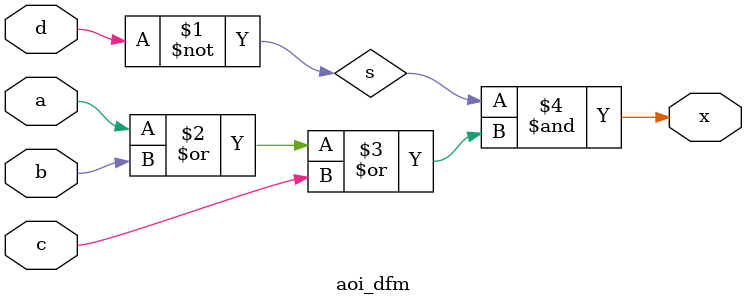
<source format=v>
module aoi_dfm(x, a, b, c, d);
  input a, b, c, d;
  output x;
  assign s = ~d;
  assign x = s&(a|b|c);
endmodule

</source>
